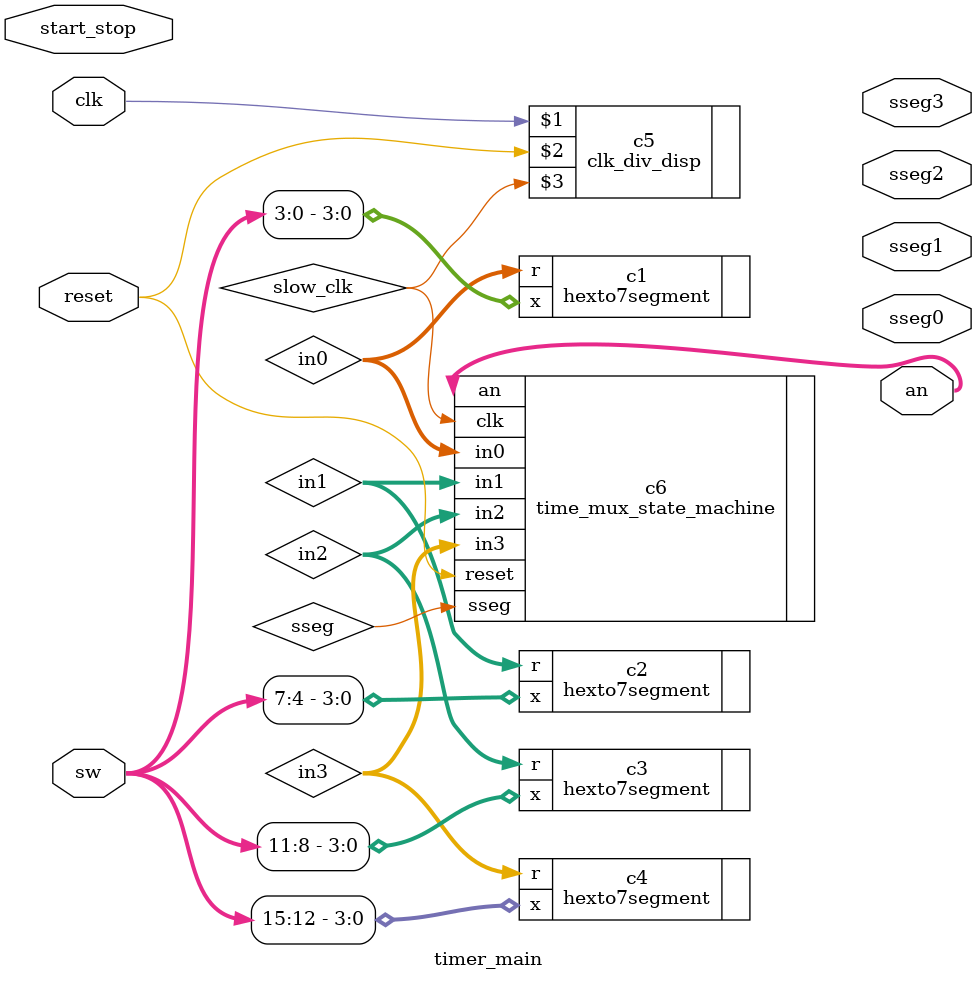
<source format=v>
`timescale 1ns / 1ps

module timer_main(
    input clk,
    input start_stop,
    input reset,
    input [15:0] sw,
    output [3:0] an,
    output [6:0] sseg0,
    output [6:0] sseg1, 
    output [6:0] sseg2,
    output [6:0] sseg3,
    );
    
    wire [6:0] in0, in1, in2, in3;
    wire slow_clk;
    
    // Module instantiation of hexto7segment decoder
    hexto7segment c1 (.x(sw[3:0]), .r(in0));
    hexto7segment c2 (.x(sw[7:4]), .r(in1));
    hexto7segment c3 (.x(sw[11:8]), .r(in2));
    hexto7segment c4 (.x(sw[15:12]), .r(in3));
    
    clk_div_disp c5 (clk, reset, slow_clk);
    
    time_mux_state_machine c6(
        .clk(slow_clk),
        .reset(reset),
        .in0(in0),
        .in1(in1),
        .in2(in2),
        .in3(in3),
        .an(an),
        .sseg(sseg)
    );
    
endmodule

</source>
